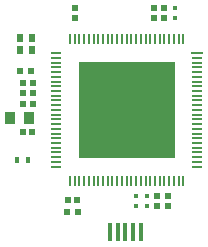
<source format=gbp>
%FSTAX25Y25*%
%MOIN*%
%SFA1B1*%

%IPPOS*%
%AMD63*
4,1,8,-0.019700,0.002000,-0.019700,-0.002000,-0.017700,-0.003900,0.017700,-0.003900,0.019700,-0.002000,0.019700,0.002000,0.017700,0.003900,-0.017700,0.003900,-0.019700,0.002000,0.0*
%
%ADD17R,0.020470X0.020470*%
%ADD19R,0.035430X0.039370*%
%ADD23R,0.017720X0.021650*%
%ADD29R,0.020470X0.020470*%
%ADD60R,0.318900X0.318900*%
%ADD61O,0.007870X0.039370*%
%ADD62O,0.039370X0.007870*%
G04~CAMADD=63~4~0.0~0.0~78.7~393.7~0.0~19.7~0~0.0~0.0~0.0~0.0~0~0.0~0.0~0.0~0.0~0~0.0~0.0~0.0~90.0~394.0~78.0*
%ADD63D63*%
%ADD64R,0.017720X0.017720*%
%ADD65R,0.021650X0.025590*%
%ADD66R,0.015750X0.059060*%
%ADD67R,0.024410X0.024410*%
%LNdigit-1*%
%LPD*%
G54D17*
X0032283Y0094488D03*
Y0091339D03*
X0063287Y002874D03*
Y003189D03*
X0062205Y0094488D03*
Y0091339D03*
X0058661Y0094488D03*
Y0091339D03*
X0059842Y002874D03*
Y003189D03*
G54D19*
X0010827Y0057874D03*
X0017126D03*
G54D23*
X0016732Y0044094D03*
X0013189D03*
G54D29*
X0015157Y0062598D03*
X0018307D03*
X0014961Y005315D03*
X001811D03*
X0015157Y00696D03*
X0018307D03*
X0015157Y0066142D03*
X0018307D03*
X0029921Y0030709D03*
X0033071D03*
G54D60*
X0049606Y006063D03*
G54D61*
X0068504Y0084252D03*
X0066929D03*
X0065354D03*
X0063779D03*
X0062205D03*
X006063D03*
X0059055D03*
X005748D03*
X0055905D03*
X0054331D03*
X0052756D03*
X0051181D03*
X0049606D03*
X0048031D03*
X0046457D03*
X0044882D03*
X0043307D03*
X0041732D03*
X0040157D03*
X0038583D03*
X0037008D03*
X0035433D03*
X0033858D03*
X0032283D03*
X0030709D03*
Y0037008D03*
X0032283D03*
X0033858D03*
X0035433D03*
X0037008D03*
X0038583D03*
X0040157D03*
X0041732D03*
X0043307D03*
X0044882D03*
X0046457D03*
X0048031D03*
X0049606D03*
X0051181D03*
X0052756D03*
X0054331D03*
X0055905D03*
X005748D03*
X0059055D03*
X006063D03*
X0062205D03*
X0063779D03*
X0065354D03*
X0066929D03*
X0068504D03*
G54D62*
X0025984Y0079527D03*
Y0077953D03*
Y0076378D03*
Y0074803D03*
Y0073228D03*
Y0071653D03*
Y0070079D03*
Y0068504D03*
Y0066929D03*
Y0065354D03*
Y0063779D03*
Y0062205D03*
Y006063D03*
Y0059055D03*
Y005748D03*
Y0055905D03*
Y0054331D03*
Y0052756D03*
Y0051181D03*
Y0049606D03*
Y0048031D03*
Y0046457D03*
Y0044882D03*
Y0043307D03*
Y0041732D03*
X0073228D03*
Y0043307D03*
Y0044882D03*
Y0046457D03*
Y0048031D03*
Y0049606D03*
Y0051181D03*
Y0052756D03*
Y0054331D03*
Y0055905D03*
Y005748D03*
Y0059055D03*
Y006063D03*
Y0062205D03*
Y0063779D03*
Y0065354D03*
Y0066929D03*
Y0068504D03*
Y0070079D03*
Y0071653D03*
Y0073228D03*
Y0074803D03*
Y0076378D03*
Y0077953D03*
G54D63*
X0073228Y0079528D03*
G54D64*
X0052756Y002874D03*
Y003189D03*
X0056299D03*
Y002874D03*
X0065748Y0091339D03*
Y0094488D03*
G54D65*
X0014173Y0084646D03*
X001811D03*
X0014173Y0080709D03*
X001811D03*
G54D66*
X0054331Y0019862D03*
X0051772D03*
X0049213D03*
X0046654D03*
X0044094D03*
G54D67*
X0014028Y00736D03*
X0017572D03*
X0029724Y0026772D03*
X0033268D03*
M02*
</source>
